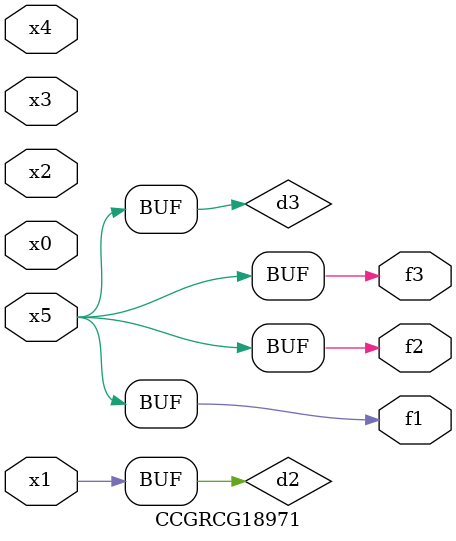
<source format=v>
module CCGRCG18971(
	input x0, x1, x2, x3, x4, x5,
	output f1, f2, f3
);

	wire d1, d2, d3;

	not (d1, x5);
	or (d2, x1);
	xnor (d3, d1);
	assign f1 = d3;
	assign f2 = d3;
	assign f3 = d3;
endmodule

</source>
